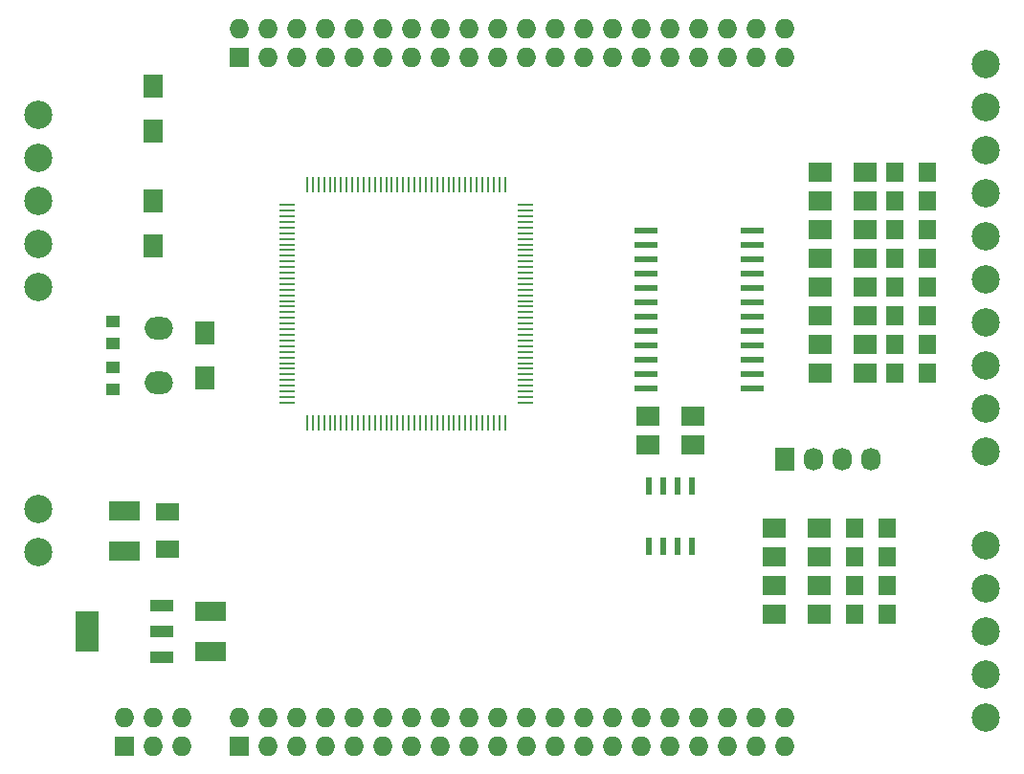
<source format=gts>
G04 #@! TF.FileFunction,Soldermask,Top*
%FSLAX46Y46*%
G04 Gerber Fmt 4.6, Leading zero omitted, Abs format (unit mm)*
G04 Created by KiCad (PCBNEW (after 2015-mar-04 BZR unknown)-product) date 03.06.2015 18:39:59*
%MOMM*%
G01*
G04 APERTURE LIST*
%ADD10C,0.100000*%
%ADD11R,2.794000X1.778000*%
%ADD12R,2.032000X1.524000*%
%ADD13R,1.597660X1.800860*%
%ADD14R,1.727200X1.727200*%
%ADD15O,1.727200X1.727200*%
%ADD16R,1.727200X2.032000*%
%ADD17O,1.727200X2.032000*%
%ADD18R,1.700000X2.000000*%
%ADD19R,2.000000X1.700000*%
%ADD20R,1.450000X0.250000*%
%ADD21R,0.250000X1.450000*%
%ADD22R,2.032000X3.657600*%
%ADD23R,2.032000X1.016000*%
%ADD24R,2.000000X0.600000*%
%ADD25R,0.600000X1.550000*%
%ADD26R,1.250000X1.000000*%
%ADD27O,2.499360X1.998980*%
%ADD28C,2.500000*%
G04 APERTURE END LIST*
D10*
D11*
X127000000Y-104648000D03*
X127000000Y-101092000D03*
D12*
X130810000Y-104521000D03*
X130810000Y-101219000D03*
D11*
X134620000Y-109982000D03*
X134620000Y-113538000D03*
D13*
X198015860Y-88900000D03*
X195176140Y-88900000D03*
X198015860Y-86360000D03*
X195176140Y-86360000D03*
X198015860Y-83820000D03*
X195176140Y-83820000D03*
X198015860Y-81280000D03*
X195176140Y-81280000D03*
X198015860Y-78740000D03*
X195176140Y-78740000D03*
X198015860Y-76200000D03*
X195176140Y-76200000D03*
X198015860Y-73660000D03*
X195176140Y-73660000D03*
X198015860Y-71120000D03*
X195176140Y-71120000D03*
X194459860Y-102616000D03*
X191620140Y-102616000D03*
X194459860Y-105156000D03*
X191620140Y-105156000D03*
X194459860Y-107696000D03*
X191620140Y-107696000D03*
X194459860Y-110236000D03*
X191620140Y-110236000D03*
D14*
X127000000Y-121920000D03*
D15*
X127000000Y-119380000D03*
X129540000Y-121920000D03*
X129540000Y-119380000D03*
X132080000Y-121920000D03*
X132080000Y-119380000D03*
D14*
X137160000Y-121920000D03*
D15*
X137160000Y-119380000D03*
X139700000Y-121920000D03*
X139700000Y-119380000D03*
X142240000Y-121920000D03*
X142240000Y-119380000D03*
X144780000Y-121920000D03*
X144780000Y-119380000D03*
X147320000Y-121920000D03*
X147320000Y-119380000D03*
X149860000Y-121920000D03*
X149860000Y-119380000D03*
X152400000Y-121920000D03*
X152400000Y-119380000D03*
X154940000Y-121920000D03*
X154940000Y-119380000D03*
X157480000Y-121920000D03*
X157480000Y-119380000D03*
X160020000Y-121920000D03*
X160020000Y-119380000D03*
X162560000Y-121920000D03*
X162560000Y-119380000D03*
X165100000Y-121920000D03*
X165100000Y-119380000D03*
X167640000Y-121920000D03*
X167640000Y-119380000D03*
X170180000Y-121920000D03*
X170180000Y-119380000D03*
X172720000Y-121920000D03*
X172720000Y-119380000D03*
X175260000Y-121920000D03*
X175260000Y-119380000D03*
X177800000Y-121920000D03*
X177800000Y-119380000D03*
X180340000Y-121920000D03*
X180340000Y-119380000D03*
X182880000Y-121920000D03*
X182880000Y-119380000D03*
X185420000Y-121920000D03*
X185420000Y-119380000D03*
D14*
X137160000Y-60960000D03*
D15*
X137160000Y-58420000D03*
X139700000Y-60960000D03*
X139700000Y-58420000D03*
X142240000Y-60960000D03*
X142240000Y-58420000D03*
X144780000Y-60960000D03*
X144780000Y-58420000D03*
X147320000Y-60960000D03*
X147320000Y-58420000D03*
X149860000Y-60960000D03*
X149860000Y-58420000D03*
X152400000Y-60960000D03*
X152400000Y-58420000D03*
X154940000Y-60960000D03*
X154940000Y-58420000D03*
X157480000Y-60960000D03*
X157480000Y-58420000D03*
X160020000Y-60960000D03*
X160020000Y-58420000D03*
X162560000Y-60960000D03*
X162560000Y-58420000D03*
X165100000Y-60960000D03*
X165100000Y-58420000D03*
X167640000Y-60960000D03*
X167640000Y-58420000D03*
X170180000Y-60960000D03*
X170180000Y-58420000D03*
X172720000Y-60960000D03*
X172720000Y-58420000D03*
X175260000Y-60960000D03*
X175260000Y-58420000D03*
X177800000Y-60960000D03*
X177800000Y-58420000D03*
X180340000Y-60960000D03*
X180340000Y-58420000D03*
X182880000Y-60960000D03*
X182880000Y-58420000D03*
X185420000Y-60960000D03*
X185420000Y-58420000D03*
D16*
X185420000Y-96520000D03*
D17*
X187960000Y-96520000D03*
X190500000Y-96520000D03*
X193040000Y-96520000D03*
D18*
X134112000Y-85376000D03*
X134112000Y-89376000D03*
X129540000Y-63532000D03*
X129540000Y-67532000D03*
X129540000Y-77692000D03*
X129540000Y-73692000D03*
D19*
X192500000Y-88900000D03*
X188500000Y-88900000D03*
X192500000Y-86360000D03*
X188500000Y-86360000D03*
X192500000Y-83820000D03*
X188500000Y-83820000D03*
X192500000Y-81280000D03*
X188500000Y-81280000D03*
X192500000Y-78740000D03*
X188500000Y-78740000D03*
X192500000Y-76200000D03*
X188500000Y-76200000D03*
X192500000Y-73660000D03*
X188500000Y-73660000D03*
X192500000Y-71120000D03*
X188500000Y-71120000D03*
X177260000Y-95250000D03*
X173260000Y-95250000D03*
X177260000Y-92710000D03*
X173260000Y-92710000D03*
X188436000Y-102616000D03*
X184436000Y-102616000D03*
X188436000Y-105156000D03*
X184436000Y-105156000D03*
X188436000Y-107696000D03*
X184436000Y-107696000D03*
X188436000Y-110236000D03*
X184436000Y-110236000D03*
D20*
X141342000Y-74054000D03*
X141342000Y-74554000D03*
X141342000Y-75054000D03*
X141342000Y-75554000D03*
X141342000Y-76054000D03*
X141342000Y-76554000D03*
X141342000Y-77054000D03*
X141342000Y-77554000D03*
X141342000Y-78054000D03*
X141342000Y-78554000D03*
X141342000Y-79054000D03*
X141342000Y-79554000D03*
X141342000Y-80054000D03*
X141342000Y-80554000D03*
X141342000Y-81054000D03*
X141342000Y-81554000D03*
X141342000Y-82054000D03*
X141342000Y-82554000D03*
X141342000Y-83054000D03*
X141342000Y-83554000D03*
X141342000Y-84054000D03*
X141342000Y-84554000D03*
X141342000Y-85054000D03*
X141342000Y-85554000D03*
X141342000Y-86054000D03*
X141342000Y-86554000D03*
X141342000Y-87054000D03*
X141342000Y-87554000D03*
X141342000Y-88054000D03*
X141342000Y-88554000D03*
X141342000Y-89054000D03*
X141342000Y-89554000D03*
X141342000Y-90054000D03*
X141342000Y-90554000D03*
X141342000Y-91054000D03*
X141342000Y-91554000D03*
D21*
X143142000Y-93354000D03*
X143642000Y-93354000D03*
X144142000Y-93354000D03*
X144642000Y-93354000D03*
X145142000Y-93354000D03*
X145642000Y-93354000D03*
X146142000Y-93354000D03*
X146642000Y-93354000D03*
X147142000Y-93354000D03*
X147642000Y-93354000D03*
X148142000Y-93354000D03*
X148642000Y-93354000D03*
X149142000Y-93354000D03*
X149642000Y-93354000D03*
X150142000Y-93354000D03*
X150642000Y-93354000D03*
X151142000Y-93354000D03*
X151642000Y-93354000D03*
X152142000Y-93354000D03*
X152642000Y-93354000D03*
X153142000Y-93354000D03*
X153642000Y-93354000D03*
X154142000Y-93354000D03*
X154642000Y-93354000D03*
X155142000Y-93354000D03*
X155642000Y-93354000D03*
X156142000Y-93354000D03*
X156642000Y-93354000D03*
X157142000Y-93354000D03*
X157642000Y-93354000D03*
X158142000Y-93354000D03*
X158642000Y-93354000D03*
X159142000Y-93354000D03*
X159642000Y-93354000D03*
X160142000Y-93354000D03*
X160642000Y-93354000D03*
D20*
X162442000Y-91554000D03*
X162442000Y-91054000D03*
X162442000Y-90554000D03*
X162442000Y-90054000D03*
X162442000Y-89554000D03*
X162442000Y-89054000D03*
X162442000Y-88554000D03*
X162442000Y-88054000D03*
X162442000Y-87554000D03*
X162442000Y-87054000D03*
X162442000Y-86554000D03*
X162442000Y-86054000D03*
X162442000Y-85554000D03*
X162442000Y-85054000D03*
X162442000Y-84554000D03*
X162442000Y-84054000D03*
X162442000Y-83554000D03*
X162442000Y-83054000D03*
X162442000Y-82554000D03*
X162442000Y-82054000D03*
X162442000Y-81554000D03*
X162442000Y-81054000D03*
X162442000Y-80554000D03*
X162442000Y-80054000D03*
X162442000Y-79554000D03*
X162442000Y-79054000D03*
X162442000Y-78554000D03*
X162442000Y-78054000D03*
X162442000Y-77554000D03*
X162442000Y-77054000D03*
X162442000Y-76554000D03*
X162442000Y-76054000D03*
X162442000Y-75554000D03*
X162442000Y-75054000D03*
X162442000Y-74554000D03*
X162442000Y-74054000D03*
D21*
X160642000Y-72254000D03*
X160142000Y-72254000D03*
X159642000Y-72254000D03*
X159142000Y-72254000D03*
X158642000Y-72254000D03*
X158142000Y-72254000D03*
X157642000Y-72254000D03*
X157142000Y-72254000D03*
X156642000Y-72254000D03*
X156142000Y-72254000D03*
X155642000Y-72254000D03*
X155142000Y-72254000D03*
X154642000Y-72254000D03*
X154142000Y-72254000D03*
X153642000Y-72254000D03*
X153142000Y-72254000D03*
X152642000Y-72254000D03*
X152142000Y-72254000D03*
X151642000Y-72254000D03*
X151142000Y-72254000D03*
X150642000Y-72254000D03*
X150142000Y-72254000D03*
X149642000Y-72254000D03*
X149142000Y-72254000D03*
X148642000Y-72254000D03*
X148142000Y-72254000D03*
X147642000Y-72254000D03*
X147142000Y-72254000D03*
X146642000Y-72254000D03*
X146142000Y-72254000D03*
X145642000Y-72254000D03*
X145142000Y-72254000D03*
X144642000Y-72254000D03*
X144142000Y-72254000D03*
X143642000Y-72254000D03*
X143142000Y-72254000D03*
D22*
X123698000Y-111760000D03*
D23*
X130302000Y-111760000D03*
X130302000Y-109474000D03*
X130302000Y-114046000D03*
D24*
X173100000Y-76327000D03*
X173100000Y-77597000D03*
X173100000Y-78867000D03*
X173100000Y-80137000D03*
X173100000Y-81407000D03*
X173100000Y-82677000D03*
X173100000Y-83947000D03*
X173100000Y-85217000D03*
X173100000Y-86487000D03*
X173100000Y-87757000D03*
X173100000Y-89027000D03*
X173100000Y-90297000D03*
X182500000Y-90297000D03*
X182500000Y-89027000D03*
X182500000Y-87757000D03*
X182500000Y-86487000D03*
X182500000Y-85217000D03*
X182500000Y-83947000D03*
X182500000Y-82677000D03*
X182500000Y-81407000D03*
X182500000Y-80137000D03*
X182500000Y-78867000D03*
X182500000Y-77597000D03*
X182500000Y-76327000D03*
D25*
X173355000Y-104300000D03*
X174625000Y-104300000D03*
X175895000Y-104300000D03*
X177165000Y-104300000D03*
X177165000Y-98900000D03*
X175895000Y-98900000D03*
X174625000Y-98900000D03*
X173355000Y-98900000D03*
D26*
X125984000Y-84344000D03*
X125984000Y-86344000D03*
X125984000Y-90408000D03*
X125984000Y-88408000D03*
D27*
X130048000Y-84935060D03*
X130048000Y-89816940D03*
D28*
X119380000Y-100965000D03*
X119380000Y-104775000D03*
X203200000Y-95885000D03*
X203200000Y-92075000D03*
X203200000Y-88265000D03*
X203200000Y-84455000D03*
X203200000Y-80645000D03*
X203200000Y-76835000D03*
X203200000Y-73025000D03*
X203200000Y-69215000D03*
X203200000Y-65405000D03*
X203200000Y-61595000D03*
X119380000Y-66040000D03*
X119380000Y-69850000D03*
X119380000Y-73660000D03*
X119380000Y-77470000D03*
X119380000Y-81280000D03*
X203200000Y-119380000D03*
X203200000Y-115570000D03*
X203200000Y-111760000D03*
X203200000Y-107950000D03*
X203200000Y-104140000D03*
M02*

</source>
